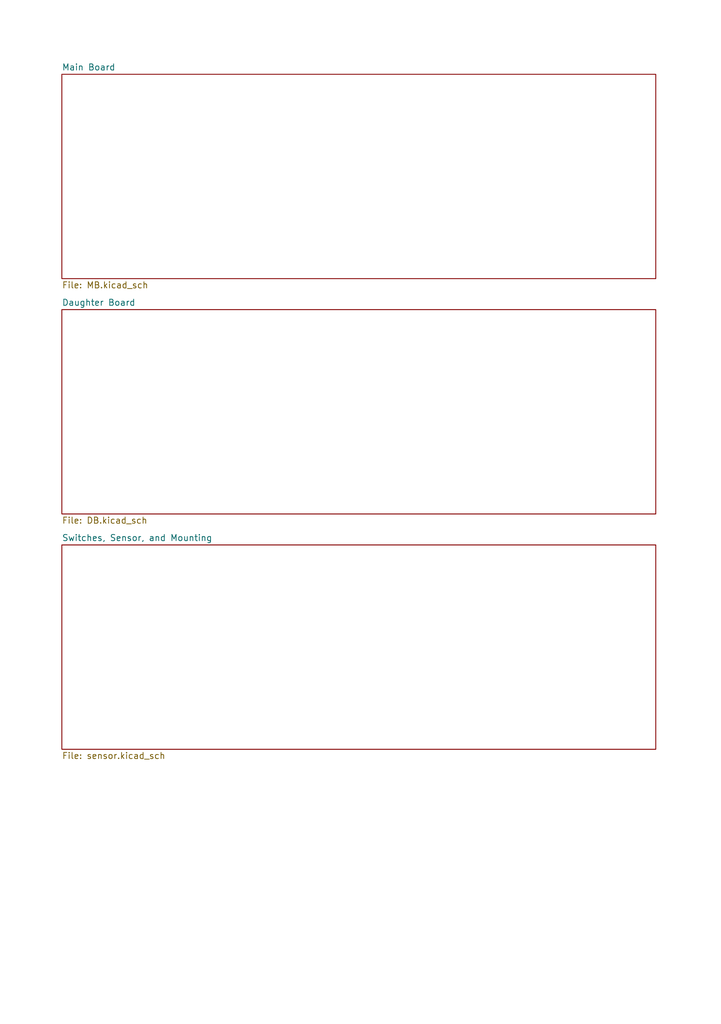
<source format=kicad_sch>
(kicad_sch
	(version 20231120)
	(generator "eeschema")
	(generator_version "8.0")
	(uuid "7083d78e-5f0e-4c6d-9084-5f6f69def5a2")
	(paper "A5" portrait)
	(title_block
		(title "65% Kyeboard with 66-Keys + Rotary Knob")
		(date "2024-12-19")
		(rev "v1")
	)
	(lib_symbols)
	(sheet
		(at 12.7 111.76)
		(size 121.92 41.91)
		(fields_autoplaced yes)
		(stroke
			(width 0.1524)
			(type solid)
		)
		(fill
			(color 0 0 0 0.0000)
		)
		(uuid "1d3fa8e2-4e71-40f3-a993-247ebad12b6f")
		(property "Sheetname" "Switches, Sensor, and Mounting"
			(at 12.7 111.0484 0)
			(effects
				(font
					(size 1.27 1.27)
				)
				(justify left bottom)
			)
		)
		(property "Sheetfile" "sensor.kicad_sch"
			(at 12.7 154.2546 0)
			(effects
				(font
					(size 1.27 1.27)
				)
				(justify left top)
			)
		)
		(instances
			(project "GMK67-HE_Trial"
				(path "/7083d78e-5f0e-4c6d-9084-5f6f69def5a2"
					(page "4")
				)
			)
		)
	)
	(sheet
		(at 12.7 15.24)
		(size 121.92 41.91)
		(fields_autoplaced yes)
		(stroke
			(width 0.1524)
			(type solid)
		)
		(fill
			(color 0 0 0 0.0000)
		)
		(uuid "6a408dc9-60e5-4282-b7a5-6cc2e9d93831")
		(property "Sheetname" "Main Board"
			(at 12.7 14.5284 0)
			(effects
				(font
					(size 1.27 1.27)
				)
				(justify left bottom)
			)
		)
		(property "Sheetfile" "MB.kicad_sch"
			(at 12.7 57.7346 0)
			(effects
				(font
					(size 1.27 1.27)
				)
				(justify left top)
			)
		)
		(instances
			(project "GMK67-HE_Trial"
				(path "/7083d78e-5f0e-4c6d-9084-5f6f69def5a2"
					(page "2")
				)
			)
		)
	)
	(sheet
		(at 12.7 63.5)
		(size 121.92 41.91)
		(fields_autoplaced yes)
		(stroke
			(width 0.1524)
			(type solid)
		)
		(fill
			(color 0 0 0 0.0000)
		)
		(uuid "f9e82b68-17d3-4709-bfd0-ccaf24dab31e")
		(property "Sheetname" "Daughter Board"
			(at 12.7 62.7884 0)
			(effects
				(font
					(size 1.27 1.27)
				)
				(justify left bottom)
			)
		)
		(property "Sheetfile" "DB.kicad_sch"
			(at 12.7 105.9946 0)
			(effects
				(font
					(size 1.27 1.27)
				)
				(justify left top)
			)
		)
		(instances
			(project "GMK67-HE_Trial"
				(path "/7083d78e-5f0e-4c6d-9084-5f6f69def5a2"
					(page "3")
				)
			)
		)
	)
	(sheet_instances
		(path "/"
			(page "1")
		)
	)
)

</source>
